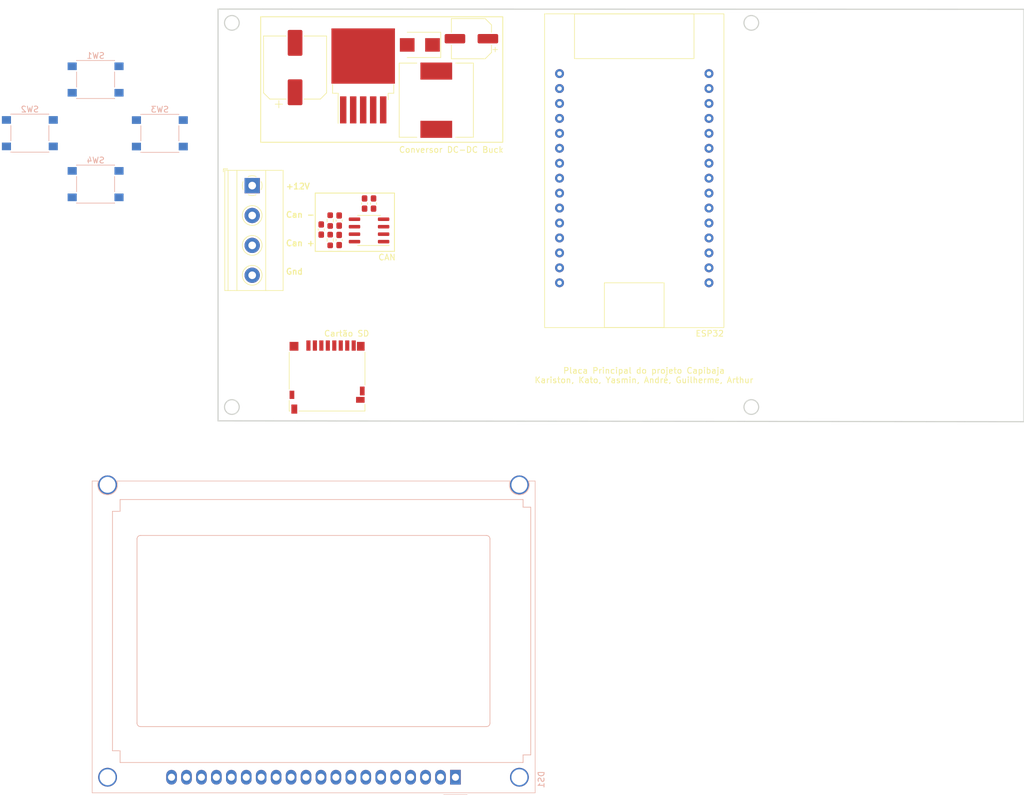
<source format=kicad_pcb>
(kicad_pcb (version 20211014) (generator pcbnew)
  (title_block (title "Placa Principal Capibaja") (date "2023-06-22") (rev "3.0.1") (company "Capibaja") (comment 1 "Kariston Franzin Boveto"))
  (layers (0 "F.Cu" signal "cobre frontal") (31 "B.Cu" signal "Cobre traseira") (34 "B.Paste" user "Pasta traseira") (35 "F.Paste" user "Pasta frontal") (36 "B.SilkS" user "Serigrafia traseira") (37 "F.SilkS" user "Serigrafia frontal") (38 "B.Mask" user "Máscara traseira") (39 "F.Mask" user "Máscara frontal") (44 "Edge.Cuts" user "Cortes contorno"))
  (net 0 "")
  (net 1 "+12V")
  (net 2 "GND")
  (net 3 "+5V")
  (net 4 "Net-(D1-Pad1)")
  (net 25 "/Can+")
  (net 26 "/Can-")
  (net 42 "+3.3V")
  (net 66 "TxD")
  (net 67 "RxD")
  (net 68 "EnableCan")
  (net 69 "Net-(C7-Pad2)")
  (footprint "Inductor_SMD:L_12x12mm_H8mm" (layer "F.Cu") (at 137.938 63.858 -90)
    (fp_text reference "L1" hide)
    (fp_text value "33uH")
    (fp_line (start -6.3 6.3) (end -6.3 3.3) (layer "F.SilkS") (width 0.12))
    (fp_line (start 6.3 6.3) (end -6.3 6.3) (layer "F.SilkS") (width 0.12))
    (fp_line (start -6.3 -3.3) (end -6.3 -6.3) (layer "F.SilkS") (width 0.12))
    (fp_line (start -6.3 -6.3) (end 6.3 -6.3) (layer "F.SilkS") (width 0.12))
    (fp_line (start 6.3 3.3) (end 6.3 6.3) (layer "F.SilkS") (width 0.12))
    (fp_line (start 6.3 -6.3) (end 6.3 -3.3) (layer "F.SilkS") (width 0.12))
    (pad "1" smd rect (at -4.95 0 270) (size 2.9 5.4) (layers "F.Cu" "F.Paste" "F.Mask") (net 4 "Net-(D1-Pad1)"))
    (pad "2" smd rect (at 4.95 0 270) (size 2.9 5.4) (layers "F.Cu" "F.Paste" "F.Mask") (net 3 "+5V"))
  )
  (footprint "Capacitor_SMD:C_0603_1608Metric_Pad1.08x0.95mm_HandSolder" (layer "F.Cu") (at 121.428 84.3225 -90)
    (fp_text reference "C6" hide)
    (fp_text value "100pF")
    (fp_line (start -0.146267 -0.51) (end 0.146267 -0.51) (layer "F.SilkS") (width 0.12))
    (fp_line (start -0.146267 0.51) (end 0.146267 0.51) (layer "F.SilkS") (width 0.12))
    (pad "1" smd roundrect (at -0.8625 0 270) (size 1.075 0.95) (layers "F.Cu" "F.Paste" "F.Mask") (net 2 "GND"))
    (pad "2" smd roundrect (at 0.8625 0 270) (size 1.075 0.95) (layers "F.Cu" "F.Paste" "F.Mask") (net 26 "/Can-"))
  )
  (footprint "Capacitor_SMD:C_0603_1608Metric_Pad1.08x0.95mm_HandSolder" (layer "F.Cu") (at 118.38 85.8465 -90)
    (fp_text reference "C7" hide)
    (fp_text value "4,7uF")
    (fp_line (start -0.146267 -0.51) (end 0.146267 -0.51) (layer "F.SilkS") (width 0.12))
    (fp_line (start -0.146267 0.51) (end 0.146267 0.51) (layer "F.SilkS") (width 0.12))
    (pad "1" smd roundrect (at -0.8625 0 270) (size 1.075 0.95) (layers "F.Cu" "F.Paste" "F.Mask") (net 2 "GND"))
    (pad "2" smd roundrect (at 0.8625 0 270) (size 1.075 0.95) (layers "F.Cu" "F.Paste" "F.Mask") (net 69 "Net-(C7-Pad2)"))
  )
  (footprint "Capacitor_SMD:C_0603_1608Metric_Pad1.08x0.95mm_HandSolder" (layer "F.Cu") (at 121.428 87.6245 90)
    (fp_text reference "C5" hide)
    (fp_text value "100pF")
    (fp_line (start -0.146267 0.51) (end 0.146267 0.51) (layer "F.SilkS") (width 0.12))
    (fp_line (start -0.146267 -0.51) (end 0.146267 -0.51) (layer "F.SilkS") (width 0.12))
    (pad "1" smd roundrect (at -0.8625 0 90) (size 1.075 0.95) (layers "F.Cu" "F.Paste" "F.Mask") (net 2 "GND"))
    (pad "2" smd roundrect (at 0.8625 0 90) (size 1.075 0.95) (layers "F.Cu" "F.Paste" "F.Mask") (net 25 "/Can+"))
  )
  (footprint "TerminalBlock_Phoenix:TerminalBlock_Phoenix_MKDS-1,5-4-5.08_1x04_P5.08mm_Horizontal" (layer "F.Cu") (at 106.645 78.377 -90)
    (fp_text reference "J1" hide)
    (fp_text value "Conn_01x04_Female")
    (fp_line (start -2.6 -5.261) (end -2.6 4.66) (layer "F.SilkS") (width 0.12))
    (fp_line (start 14.013 1.023) (end 13.966 1.069) (layer "F.SilkS") (width 0.12))
    (fp_line (start 17.84 -5.261) (end 17.84 4.66) (layer "F.SilkS") (width 0.12))
    (fp_line (start 14.206 1.239) (end 14.171 1.274) (layer "F.SilkS") (width 0.12))
    (fp_line (start -2.6 4.66) (end 17.84 4.66) (layer "F.SilkS") (width 0.12))
    (fp_line (start -2.6 -5.261) (end 17.84 -5.261) (layer "F.SilkS") (width 0.12))
    (fp_line (start 3.853 1.023) (end 3.806 1.069) (layer "F.SilkS") (width 0.12))
    (fp_line (start -2.84 4.16) (end -2.84 4.9) (layer "F.SilkS") (width 0.12))
    (fp_line (start 9.126 1.239) (end 9.091 1.274) (layer "F.SilkS") (width 0.12))
    (fp_line (start 11.23 -1.275) (end 11.195 -1.239) (layer "F.SilkS") (width 0.12))
    (fp_line (start -2.84 4.9) (end -2.34 4.9) (layer "F.SilkS") (width 0.12))
    (fp_line (start -2.6 2.6) (end 17.84 2.6) (layer "F.SilkS") (width 0.12))
    (fp_line (start -2.6 -2.301) (end 17.84 -2.301) (layer "F.SilkS") (width 0.12))
    (fp_line (start 8.933 1.023) (end 8.886 1.069) (layer "F.SilkS") (width 0.12))
    (fp_line (start 16.31 -1.275) (end 16.275 -1.239) (layer "F.SilkS") (width 0.12))
    (fp_line (start -2.6 4.1) (end 17.84 4.1) (layer "F.SilkS") (width 0.12))
    (fp_line (start 16.515 -1.069) (end 16.468 -1.023) (layer "F.SilkS") (width 0.12))
    (fp_line (start 6.355 -1.069) (end 6.308 -1.023) (layer "F.SilkS") (width 0.12))
    (fp_line (start 4.046 1.239) (end 4.011 1.274) (layer "F.SilkS") (width 0.12))
    (fp_line (start 6.15 -1.275) (end 6.115 -1.239) (layer "F.SilkS") (width 0.12))
    (fp_line (start 11.435 -1.069) (end 11.388 -1.023) (layer "F.SilkS") (width 0.12))
    (fp_arc (start -0.683042 -1.535427) (mid 0.000524 -1.680501) (end 0.684 -1.535) (layer "F.SilkS") (width 0.12))
    (fp_arc (start 0.028805 1.680253) (mid -0.335551 1.646659) (end -0.684 1.535) (layer "F.SilkS") (width 0.12))
    (fp_arc (start -1.535427 0.683042) (mid -1.680501 -0.000524) (end -1.535 -0.684) (layer "F.SilkS") (width 0.12))
    (fp_arc (start 0.683318 1.534756) (mid 0.349292 1.643288) (end 0 1.68) (layer "F.SilkS") (width 0.12))
    (fp_arc (start 1.535427 -0.683042) (mid 1.680501 0.000524) (end 1.535 0.684) (layer "F.SilkS") (width 0.12))
    (fp_circle (center 5.08 0) (end 6.76 0) (layer "F.SilkS") (width 0.12) (fill none))
    (fp_circle (center 10.16 0) (end 11.84 0) (layer "F.SilkS") (width 0.12) (fill none))
    (fp_circle (center 15.24 0) (end 16.92 0) (layer "F.SilkS") (width 0.12) (fill none))
    (pad "1" thru_hole rect (at 0 0 270) (size 2.6 2.6) (drill 1.3) (layers *.Cu *.Mask) (net 1 "+12V"))
    (pad "2" thru_hole circle (at 5.08 0 270) (size 2.6 2.6) (drill 1.3) (layers *.Cu *.Mask) (net 26 "/Can-"))
    (pad "3" thru_hole circle (at 10.16 0 270) (size 2.6 2.6) (drill 1.3) (layers *.Cu *.Mask) (net 25 "/Can+"))
    (pad "4" thru_hole circle (at 15.24 0 270) (size 2.6 2.6) (drill 1.3) (layers *.Cu *.Mask) (net 2 "GND"))
  )
  (footprint "Capacitor_SMD:CP_Elec_10x10.5" (layer "F.Cu") (at 113.9325 58.311 90)
    (fp_text reference "C1" hide)
    (fp_text value "680uF")
    (fp_line (start 5.36 5.36) (end 5.36 1.51) (layer "F.SilkS") (width 0.12))
    (fp_line (start -5.36 -4.295563) (end -4.295563 -5.36) (layer "F.SilkS") (width 0.12))
    (fp_line (start -4.295563 5.36) (end 5.36 5.36) (layer "F.SilkS") (width 0.12))
    (fp_line (start -6.85 -2.76) (end -5.6 -2.76) (layer "F.SilkS") (width 0.12))
    (fp_line (start 5.36 -5.36) (end 5.36 -1.51) (layer "F.SilkS") (width 0.12))
    (fp_line (start -5.36 -4.295563) (end -5.36 -1.51) (layer "F.SilkS") (width 0.12))
    (fp_line (start -4.295563 -5.36) (end 5.36 -5.36) (layer "F.SilkS") (width 0.12))
    (fp_line (start -5.36 4.295563) (end -4.295563 5.36) (layer "F.SilkS") (width 0.12))
    (fp_line (start -6.225 -3.385) (end -6.225 -2.135) (layer "F.SilkS") (width 0.12))
    (fp_line (start -5.36 4.295563) (end -5.36 1.51) (layer "F.SilkS") (width 0.12))
    (pad "1" smd roundrect (at -4.2 0 90) (size 4.4 2.5) (layers "F.Cu" "F.Paste" "F.Mask") (roundrect_rratio 0.1) (net 1 "+12V"))
    (pad "2" smd roundrect (at 4.2 0 90) (size 4.4 2.5) (layers "F.Cu" "F.Paste" "F.Mask") (roundrect_rratio 0.1) (net 2 "GND"))
  )
  (footprint "Capacitor_SMD:C_0603_1608Metric_Pad1.08x0.95mm_HandSolder" (layer "F.Cu") (at 125.746 81.425 -90)
    (fp_text reference "C3" hide)
    (fp_text value "100nF")
    (fp_line (start -0.146267 -0.51) (end 0.146267 -0.51) (layer "F.SilkS") (width 0.12))
    (fp_line (start -0.146267 0.51) (end 0.146267 0.51) (layer "F.SilkS") (width 0.12))
    (pad "1" smd roundrect (at -0.8625 0 270) (size 1.075 0.95) (layers "F.Cu" "F.Paste" "F.Mask") (net 42 "+3.3V"))
    (pad "2" smd roundrect (at 0.8625 0 270) (size 1.075 0.95) (layers "F.Cu" "F.Paste" "F.Mask") (net 3 "+5V"))
  )
  (footprint "Package_TO_SOT_SMD:TO-263-5_TabPin3" (layer "F.Cu") (at 125.511 59.728 90)
    (fp_text reference "U1" hide)
    (fp_text value "LM2596S-5")
    (fp_line (start -2.95 -5.2) (end -2.95 -4.25) (layer "F.SilkS") (width 0.12))
    (fp_line (start -2.95 -4.25) (end -8.075 -4.25) (layer "F.SilkS") (width 0.12))
    (fp_line (start -1.45 5.2) (end -2.95 5.2) (layer "F.SilkS") (width 0.12))
    (fp_line (start -2.95 4.25) (end -4.05 4.25) (layer "F.SilkS") (width 0.12))
    (fp_line (start -2.95 5.2) (end -2.95 4.25) (layer "F.SilkS") (width 0.12))
    (fp_line (start -1.45 -5.2) (end -2.95 -5.2) (layer "F.SilkS") (width 0.12))
    (pad "1" smd rect (at -5.775 -3.4 90) (size 4.6 1.1) (layers "F.Cu" "F.Paste" "F.Mask") (net 1 "+12V"))
    (pad "2" smd rect (at -5.775 -1.7 90) (size 4.6 1.1) (layers "F.Cu" "F.Paste" "F.Mask") (net 4 "Net-(D1-Pad1)"))
    (pad "3" smd rect (at 3.375 0 90) (size 9.4 10.8) (layers "F.Cu" "F.Mask") (net 2 "GND"))
    (pad "3" smd rect (at -5.775 0 90) (size 4.6 1.1) (layers "F.Cu" "F.Paste" "F.Mask") (net 2 "GND"))
    (pad "4" smd rect (at -5.775 1.7 90) (size 4.6 1.1) (layers "F.Cu" "F.Paste" "F.Mask") (net 3 "+5V"))
    (pad "5" smd rect (at -5.775 3.4 90) (size 4.6 1.1) (layers "F.Cu" "F.Paste" "F.Mask") (net 2 "GND"))
  )
  (footprint "Resistor_SMD:R_0603_1608Metric_Pad0.98x0.95mm_HandSolder" (layer "F.Cu") (at 119.904 84.3225 -90)
    (fp_text reference "R2" hide)
    (fp_text value "60")
    (fp_line (start -0.254724 0.5225) (end 0.254724 0.5225) (layer "F.SilkS") (width 0.12))
    (fp_line (start -0.254724 -0.5225) (end 0.254724 -0.5225) (layer "F.SilkS") (width 0.12))
    (pad "1" smd roundrect (at -0.9125 0 270) (size 0.975 0.95) (layers "F.Cu" "F.Paste" "F.Mask") (net 26 "/Can-"))
    (pad "2" smd roundrect (at 0.9125 0 270) (size 0.975 0.95) (layers "F.Cu" "F.Paste" "F.Mask") (net 69 "Net-(C7-Pad2)"))
  )
  (footprint "Diode_SMD:D_SMB" (layer "F.Cu") (at 135.144 54.46 180)
    (fp_text reference "D1" hide)
    (fp_text value "D_Schottky")
    (fp_line (start -3.55 2.15) (end 2.15 2.15) (layer "F.SilkS") (width 0.12))
    (fp_line (start -3.55 -2.15) (end 2.15 -2.15) (layer "F.SilkS") (width 0.12))
    (fp_line (start -3.55 -2.15) (end -3.55 2.15) (layer "F.SilkS") (width 0.12))
    (pad "1" smd rect (at -2.15 0 180) (size 2.5 2.3) (layers "F.Cu" "F.Paste" "F.Mask") (net 4 "Net-(D1-Pad1)"))
    (pad "2" smd rect (at 2.15 0 180) (size 2.5 2.3) (layers "F.Cu" "F.Paste" "F.Mask") (net 2 "GND"))
  )
  (footprint "Resistor_SMD:R_0603_1608Metric_Pad0.98x0.95mm_HandSolder" (layer "F.Cu") (at 119.904 87.6245 90)
    (fp_text reference "R1" hide)
    (fp_text value "60")
    (fp_line (start -0.254724 0.5225) (end 0.254724 0.5225) (layer "F.SilkS") (width 0.12))
    (fp_line (start -0.254724 -0.5225) (end 0.254724 -0.5225) (layer "F.SilkS") (width 0.12))
    (pad "1" smd roundrect (at -0.9125 0 90) (size 0.975 0.95) (layers "F.Cu" "F.Paste" "F.Mask") (net 25 "/Can+"))
    (pad "2" smd roundrect (at 0.9125 0 90) (size 0.975 0.95) (layers "F.Cu" "F.Paste" "F.Mask") (net 69 "Net-(C7-Pad2)"))
  )
  (footprint "Package_SO:SOIC-8_3.9x4.9mm_P1.27mm" (layer "F.Cu") (at 126.508 85.997 180)
    (fp_text reference "U3" hide)
    (fp_text value "TJA1051T-3")
    (fp_line (start 0 2.56) (end 1.95 2.56) (layer "F.SilkS") (width 0.12))
    (fp_line (start 0 2.56) (end -1.95 2.56) (layer "F.SilkS") (width 0.12))
    (fp_line (start 0 -2.56) (end -3.45 -2.56) (layer "F.SilkS") (width 0.12))
    (fp_line (start 0 -2.56) (end 1.95 -2.56) (layer "F.SilkS") (width 0.12))
    (pad "1" smd roundrect (at -2.475 -1.905 180) (size 1.95 0.6) (layers "F.Cu" "F.Paste" "F.Mask") (net 66 "TxD"))
    (pad "2" smd roundrect (at -2.475 -0.635 180) (size 1.95 0.6) (layers "F.Cu" "F.Paste" "F.Mask") (net 2 "GND"))
    (pad "3" smd roundrect (at -2.475 0.635 180) (size 1.95 0.6) (layers "F.Cu" "F.Paste" "F.Mask") (net 3 "+5V"))
    (pad "4" smd roundrect (at -2.475 1.905 180) (size 1.95 0.6) (layers "F.Cu" "F.Paste" "F.Mask") (net 67 "RxD"))
    (pad "5" smd roundrect (at 2.475 1.905 180) (size 1.95 0.6) (layers "F.Cu" "F.Paste" "F.Mask") (net 42 "+3.3V"))
    (pad "6" smd roundrect (at 2.475 0.635 180) (size 1.95 0.6) (layers "F.Cu" "F.Paste" "F.Mask") (net 26 "/Can-"))
    (pad "7" smd roundrect (at 2.475 -0.635 180) (size 1.95 0.6) (layers "F.Cu" "F.Paste" "F.Mask") (net 25 "/Can+"))
    (pad "8" smd roundrect (at 2.475 -1.905 180) (size 1.95 0.6) (layers "F.Cu" "F.Paste" "F.Mask") (net 68 "EnableCan"))
  )
  (footprint "Capacitor_SMD:CP_Elec_6.3x5.4" (layer "F.Cu") (at 143.9095 53.403 180)
    (fp_text reference "C2" hide)
    (fp_text value "220uF")
    (fp_line (start -4.4375 -1.8475) (end -3.65 -1.8475) (layer "F.SilkS") (width 0.12))
    (fp_line (start -3.41 -2.345563) (end -3.41 -1.06) (layer "F.SilkS") (width 0.12))
    (fp_line (start -3.41 2.345563) (end -3.41 1.06) (layer "F.SilkS") (width 0.12))
    (fp_line (start 3.41 -3.41) (end 3.41 -1.06) (layer "F.SilkS") (width 0.12))
    (fp_line (start -3.41 2.345563) (end -2.345563 3.41) (layer "F.SilkS") (width 0.12))
    (fp_line (start -4.04375 -2.24125) (end -4.04375 -1.45375) (layer "F.SilkS") (width 0.12))
    (fp_line (start -2.345563 -3.41) (end 3.41 -3.41) (layer "F.SilkS") (width 0.12))
    (fp_line (start -3.41 -2.345563) (end -2.345563 -3.41) (layer "F.SilkS") (width 0.12))
    (fp_line (start -2.345563 3.41) (end 3.41 3.41) (layer "F.SilkS") (width 0.12))
    (fp_line (start 3.41 3.41) (end 3.41 1.06) (layer "F.SilkS") (width 0.12))
    (pad "1" smd roundrect (at -2.8 0 180) (size 3.5 1.6) (layers "F.Cu" "F.Paste" "F.Mask") (roundrect_rratio 0.15625) (net 3 "+5V"))
    (pad "2" smd roundrect (at 2.8 0 180) (size 3.5 1.6) (layers "F.Cu" "F.Paste" "F.Mask") (roundrect_rratio 0.15625) (net 2 "GND"))
  )
  (footprint "Connector_Card:microSD_HC_Hirose_DM3D-SF" (layer "F.Cu") (at 119.376 110.915 180)
    (fp_text reference "J2" hide)
    (fp_text value "Micro_SD_Card")
    (fp_line (start -6.435 -4.625) (end -6.435 -5.785) (layer "F.SilkS") (width 0.12))
    (fp_line (start -6.435 -5.785) (end 4.825 -5.785) (layer "F.SilkS") (width 0.12))
    (fp_line (start -6.435 -1.375) (end -6.435 4.225) (layer "F.SilkS") (width 0.12))
    (fp_line (start 6.325 -5.785) (end 6.435 -5.785) (layer "F.SilkS") (width 0.12))
    (fp_line (start 6.435 -2.075) (end 6.435 4.225) (layer "F.SilkS") (width 0.12))
    (fp_line (start 6.435 -5.785) (end 6.435 -3.975) (layer "F.SilkS") (width 0.12))
    (pad "1" smd rect (at 3.175 5.35 180) (size 0.7 1.75) (layers "F.Cu" "F.Paste" "F.Mask"))
    (pad "2" smd rect (at 2.075 5.35 180) (size 0.7 1.75) (layers "F.Cu" "F.Paste" "F.Mask"))
    (pad "3" smd rect (at 0.975 5.35 180) (size 0.7 1.75) (layers "F.Cu" "F.Paste" "F.Mask"))
    (pad "4" smd rect (at -0.125 5.35 180) (size 0.7 1.75) (layers "F.Cu" "F.Paste" "F.Mask"))
    (pad "5" smd rect (at -1.225 5.35 180) (size 0.7 1.75) (layers "F.Cu" "F.Paste" "F.Mask"))
    (pad "6" smd rect (at -2.325 5.35 180) (size 0.7 1.75) (layers "F.Cu" "F.Paste" "F.Mask"))
    (pad "7" smd rect (at -3.425 5.35 180) (size 0.7 1.75) (layers "F.Cu" "F.Paste" "F.Mask"))
    (pad "8" smd rect (at -4.525 5.35 180) (size 0.7 1.75) (layers "F.Cu" "F.Paste" "F.Mask"))
    (pad "9" smd rect (at -5.65 -3.875 180) (size 1.45 1) (layers "F.Cu" "F.Paste" "F.Mask"))
    (pad "10" smd rect (at 5.575 -5.45 180) (size 1 1.55) (layers "F.Cu" "F.Paste" "F.Mask"))
    (pad "11" smd rect (at -5.975 -2.375 180) (size 0.8 1.5) (layers "F.Cu" "F.Paste" "F.Mask"))
    (pad "11" smd rect (at 5.625 5.225 180) (size 1.5 1.5) (layers "F.Cu" "F.Paste" "F.Mask"))
    (pad "11" smd rect (at -5.725 5.225 180) (size 1.3 1.5) (layers "F.Cu" "F.Paste" "F.Mask"))
    (pad "11" smd rect (at 5.975 -3.025 180) (size 0.8 1.4) (layers "F.Cu" "F.Paste" "F.Mask"))
  )
  (footprint "Capacitor_SMD:C_0603_1608Metric_Pad1.08x0.95mm_HandSolder" (layer "F.Cu") (at 127.27 81.425 90)
    (fp_text reference "C4" hide)
    (fp_text value "47nF")
    (fp_line (start -0.146267 0.51) (end 0.146267 0.51) (layer "F.SilkS") (width 0.12))
    (fp_line (start -0.146267 -0.51) (end 0.146267 -0.51) (layer "F.SilkS") (width 0.12))
    (pad "1" smd roundrect (at -0.8625 0 90) (size 1.075 0.95) (layers "F.Cu" "F.Paste" "F.Mask") (net 3 "+5V"))
    (pad "2" smd roundrect (at 0.8625 0 90) (size 1.075 0.95) (layers "F.Cu" "F.Paste" "F.Mask") (net 2 "GND"))
  )
  (footprint "Library:ESP32_DevKit" (layer "F.Cu") (at 171.588 77.114)
    (fp_text reference "U2" hide)
    (fp_text value "ESP32")
    (fp_rect (start -15.24 -27.94) (end 15.24 25.4) (layer "F.SilkS") (width 0.12) (fill none))
    (fp_rect (start -5.08 25.4) (end 5.08 17.78) (layer "F.SilkS") (width 0.12) (fill none))
    (fp_rect (start -10.16 -27.94) (end 10.16 -20.32) (layer "F.SilkS") (width 0.12) (fill none))
    (pad "1" thru_hole circle (at -12.7 -17.78) (size 1.524 1.524) (drill 0.762) (layers *.Cu *.Mask))
    (pad "2" thru_hole circle (at -12.7 -15.24) (size 1.524 1.524) (drill 0.762) (layers *.Cu *.Mask))
    (pad "3" thru_hole circle (at -12.7 -12.7) (size 1.524 1.524) (drill 0.762) (layers *.Cu *.Mask))
    (pad "4" thru_hole circle (at -12.7 -10.16) (size 1.524 1.524) (drill 0.762) (layers *.Cu *.Mask))
    (pad "5" thru_hole circle (at -12.7 -7.62) (size 1.524 1.524) (drill 0.762) (layers *.Cu *.Mask))
    (pad "6" thru_hole circle (at -12.7 -5.08) (size 1.524 1.524) (drill 0.762) (layers *.Cu *.Mask))
    (pad "7" thru_hole circle (at -12.7 -2.54) (size 1.524 1.524) (drill 0.762) (layers *.Cu *.Mask))
    (pad "8" thru_hole circle (at -12.7 0) (size 1.524 1.524) (drill 0.762) (layers *.Cu *.Mask))
    (pad "9" thru_hole circle (at -12.7 2.54) (size 1.524 1.524) (drill 0.762) (layers *.Cu *.Mask))
    (pad "10" thru_hole circle (at -12.7 5.08) (size 1.524 1.524) (drill 0.762) (layers *.Cu *.Mask))
    (pad "11" thru_hole circle (at -12.7 7.62) (size 1.524 1.524) (drill 0.762) (layers *.Cu *.Mask))
    (pad "12" thru_hole circle (at -12.7 10.16) (size 1.524 1.524) (drill 0.762) (layers *.Cu *.Mask))
    (pad "13" thru_hole circle (at -12.7 12.7) (size 1.524 1.524) (drill 0.762) (layers *.Cu *.Mask))
    (pad "14" thru_hole circle (at -12.7 15.24) (size 1.524 1.524) (drill 0.762) (layers *.Cu *.Mask))
    (pad "15" thru_hole circle (at -12.7 17.78) (size 1.524 1.524) (drill 0.762) (layers *.Cu *.Mask))
    (pad "16" thru_hole circle (at 12.7 17.78) (size 1.524 1.524) (drill 0.762) (layers *.Cu *.Mask) (net 42 "+3.3V"))
    (pad "17" thru_hole circle (at 12.7 15.24) (size 1.524 1.524) (drill 0.762) (layers *.Cu *.Mask))
    (pad "18" thru_hole circle (at 12.7 12.7) (size 1.524 1.524) (drill 0.762) (layers *.Cu *.Mask))
    (pad "19" thru_hole circle (at 12.7 10.16) (size 1.524 1.524) (drill 0.762) (layers *.Cu *.Mask))
    (pad "20" thru_hole circle (at 12.7 7.62) (size 1.524 1.524) (drill 0.762) (layers *.Cu *.Mask))
    (pad "21" thru_hole circle (at 12.7 5.08) (size 1.524 1.524) (drill 0.762) (layers *.Cu *.Mask))
    (pad "22" thru_hole circle (at 12.7 2.54) (size 1.524 1.524) (drill 0.762) (layers *.Cu *.Mask))
    (pad "23" thru_hole circle (at 12.7 0) (size 1.524 1.524) (drill 0.762) (layers *.Cu *.Mask))
    (pad "24" thru_hole circle (at 12.7 -2.54) (size 1.524 1.524) (drill 0.762) (layers *.Cu *.Mask))
    (pad "25" thru_hole circle (at 12.7 -5.08) (size 1.524 1.524) (drill 0.762) (layers *.Cu *.Mask))
    (pad "26" thru_hole circle (at 12.7 -7.62) (size 1.524 1.524) (drill 0.762) (layers *.Cu *.Mask))
    (pad "27" thru_hole circle (at 12.7 -10.16) (size 1.524 1.524) (drill 0.762) (layers *.Cu *.Mask))
    (pad "28" thru_hole circle (at 12.7 -12.7) (size 1.524 1.524) (drill 0.762) (layers *.Cu *.Mask))
    (pad "29" thru_hole circle (at 12.7 -15.24) (size 1.524 1.524) (drill 0.762) (layers *.Cu *.Mask))
    (pad "30" thru_hole circle (at 12.7 -17.78) (size 1.524 1.524) (drill 0.762) (layers *.Cu *.Mask))
  )
  (footprint "Button_Switch_SMD:SW_SPST_PTS645" (layer "B.Cu") (at 80.026 78.123 180)
    (fp_text reference "SW4" (at 0 4.05) (layer "B.SilkS") (effects (justify mirror)))
    (fp_text value "SW_Push")
    (fp_line (start -3.23 -3.23) (end -3.23 -3.2) (layer "B.SilkS") (width 0.12))
    (fp_line (start -3.23 -3.23) (end 3.23 -3.23) (layer "B.SilkS") (width 0.12))
    (fp_line (start -3.23 3.23) (end 3.23 3.23) (layer "B.SilkS") (width 0.12))
    (fp_line (start 3.23 1.3) (end 3.23 -1.3) (layer "B.SilkS") (width 0.12))
    (fp_line (start -3.23 3.2) (end -3.23 3.23) (layer "B.SilkS") (width 0.12))
    (fp_line (start 3.23 3.23) (end 3.23 3.2) (layer "B.SilkS") (width 0.12))
    (fp_line (start -3.23 1.3) (end -3.23 -1.3) (layer "B.SilkS") (width 0.12))
    (fp_line (start 3.23 -3.23) (end 3.23 -3.2) (layer "B.SilkS") (width 0.12))
    (pad "1" smd rect (at 3.98 2.25 180) (size 1.55 1.3) (layers "B.Cu" "B.Paste" "B.Mask"))
    (pad "1" smd rect (at -3.98 2.25 180) (size 1.55 1.3) (layers "B.Cu" "B.Paste" "B.Mask"))
    (pad "2" smd rect (at -3.98 -2.25 180) (size 1.55 1.3) (layers "B.Cu" "B.Paste" "B.Mask"))
    (pad "2" smd rect (at 3.98 -2.25 180) (size 1.55 1.3) (layers "B.Cu" "B.Paste" "B.Mask"))
  )
  (footprint "Button_Switch_SMD:SW_SPST_PTS645" (layer "B.Cu") (at 80.026 60.343 180)
    (fp_text reference "SW1" (at 0 4.05) (layer "B.SilkS") (effects (justify mirror)))
    (fp_text value "SW_Push")
    (fp_line (start -3.23 3.2) (end -3.23 3.23) (layer "B.SilkS") (width 0.12))
    (fp_line (start 3.23 1.3) (end 3.23 -1.3) (layer "B.SilkS") (width 0.12))
    (fp_line (start -3.23 3.23) (end 3.23 3.23) (layer "B.SilkS") (width 0.12))
    (fp_line (start -3.23 -3.23) (end 3.23 -3.23) (layer "B.SilkS") (width 0.12))
    (fp_line (start 3.23 3.23) (end 3.23 3.2) (layer "B.SilkS") (width 0.12))
    (fp_line (start 3.23 -3.23) (end 3.23 -3.2) (layer "B.SilkS") (width 0.12))
    (fp_line (start -3.23 -3.23) (end -3.23 -3.2) (layer "B.SilkS") (width 0.12))
    (fp_line (start -3.23 1.3) (end -3.23 -1.3) (layer "B.SilkS") (width 0.12))
    (pad "1" smd rect (at -3.98 2.25 180) (size 1.55 1.3) (layers "B.Cu" "B.Paste" "B.Mask"))
    (pad "1" smd rect (at 3.98 2.25 180) (size 1.55 1.3) (layers "B.Cu" "B.Paste" "B.Mask"))
    (pad "2" smd rect (at 3.98 -2.25 180) (size 1.55 1.3) (layers "B.Cu" "B.Paste" "B.Mask"))
    (pad "2" smd rect (at -3.98 -2.25 180) (size 1.55 1.3) (layers "B.Cu" "B.Paste" "B.Mask"))
  )
  (footprint "Button_Switch_SMD:SW_SPST_PTS645" (layer "B.Cu") (at 68.85 69.463 180)
    (fp_text reference "SW2" (at 0 4.05) (layer "B.SilkS") (effects (justify mirror)))
    (fp_text value "SW_Push")
    (fp_line (start 3.23 -3.23) (end 3.23 -3.2) (layer "B.SilkS") (width 0.12))
    (fp_line (start -3.23 3.2) (end -3.23 3.23) (layer "B.SilkS") (width 0.12))
    (fp_line (start -3.23 1.3) (end -3.23 -1.3) (layer "B.SilkS") (width 0.12))
    (fp_line (start -3.23 -3.23) (end 3.23 -3.23) (layer "B.SilkS") (width 0.12))
    (fp_line (start -3.23 3.23) (end 3.23 3.23) (layer "B.SilkS") (width 0.12))
    (fp_line (start 3.23 1.3) (end 3.23 -1.3) (layer "B.SilkS") (width 0.12))
    (fp_line (start -3.23 -3.23) (end -3.23 -3.2) (layer "B.SilkS") (width 0.12))
    (fp_line (start 3.23 3.23) (end 3.23 3.2) (layer "B.SilkS") (width 0.12))
    (pad "1" smd rect (at -3.98 2.25 180) (size 1.55 1.3) (layers "B.Cu" "B.Paste" "B.Mask"))
    (pad "1" smd rect (at 3.98 2.25 180) (size 1.55 1.3) (layers "B.Cu" "B.Paste" "B.Mask"))
    (pad "2" smd rect (at -3.98 -2.25 180) (size 1.55 1.3) (layers "B.Cu" "B.Paste" "B.Mask"))
    (pad "2" smd rect (at 3.98 -2.25 180) (size 1.55 1.3) (layers "B.Cu" "B.Paste" "B.Mask"))
  )
  (footprint "Display:AG12864E" (layer "B.Cu") (at 141.194 178.9435 90)
    (fp_text reference "DS1" (at -0.4 14.6 90) (layer "B.SilkS") (effects (justify mirror)))
    (fp_text value "AG12864E")
    (fp_line (start 50.35 -61.75) (end 50.35 -60.7) (layer "B.SilkS") (width 0.1))
    (fp_line (start 45.2 -57) (end 45.2 -58.3) (layer "B.SilkS") (width 0.12))
    (fp_line (start 3.8 12.8) (end 45.9 12.8) (layer "B.SilkS") (width 0.12))
    (fp_line (start 50.35 -57.55) (end 50.35 9.3) (layer "B.SilkS") (width 0.1))
    (fp_line (start 2.5 -57) (end 2.5 11.5) (layer "B.SilkS") (width 0.12))
    (fp_line (start -2.65 13.55) (end -2.65 -61.75) (layer "B.SilkS") (width 0.1))
    (fp_line (start 47.2 11.5) (end 45.9 11.5) (layer "B.SilkS") (width 0.12))
    (fp_line (start 9.2 -54.13) (end 40.5 -54.13) (layer "B.SilkS") (width 0.12))
    (fp_line (start 50.35 13.54) (end 50.35 12.44) (layer "B.SilkS") (width 0.1))
    (fp_line (start 3.8 11.5) (end 2.5 11.5) (layer "B.SilkS") (width 0.12))
    (fp_line (start 47.2 11.5) (end 47.2 -57) (layer "B.SilkS") (width 0.12))
    (fp_line (start 3.8 12.8) (end 3.8 11.5) (layer "B.SilkS") (width 0.12))
    (fp_line (start 2.5 -57) (end 4.5 -57) (layer "B.SilkS") (width 0.12))
    (fp_line (start 45.2 -58.3) (end 4.5 -58.3) (layer "B.SilkS") (width 0.12))
    (fp_line (start 50.35 13.55) (end -2.65 13.55) (layer "B.SilkS") (width 0.1))
    (fp_line (start 47.2 -57) (end 45.2 -57) (layer "B.SilkS") (width 0.12))
    (fp_line (start 8.6 5.27) (end 8.6 -53.53) (layer "B.SilkS") (width 0.12))
    (fp_line (start 4.5 -57) (end 4.5 -58.3) (layer "B.SilkS") (width 0.12))
    (fp_line (start 40.5 5.87) (end 9.21 5.87) (layer "B.SilkS") (width 0.12))
    (fp_line (start -2.65 -61.75) (end 50.35 -61.75) (layer "B.SilkS") (width 0.1))
    (fp_line (start -3 2) (end -3 -2) (layer "B.SilkS") (width 0.12))
    (fp_line (start 45.9 11.5) (end 45.9 12.8) (layer "B.SilkS") (width 0.12))
    (fp_line (start 41.1 -53.53) (end 41.1 5.27) (layer "B.SilkS") (width 0.12))
    (fp_arc (start 41.1 5.27) (mid 40.924264 5.694264) (end 40.5 5.87) (layer "B.SilkS") (width 0.12))
    (fp_arc (start 40.5 -54.13) (mid 40.924264 -53.954264) (end 41.1 -53.53) (layer "B.SilkS") (width 0.12))
    (fp_arc (start 48.15 11.56) (mid 48.116081 10.261888) (end 49.01 9.32) (layer "B.SilkS") (width 0.1))
    (fp_arc (start 48.12 10.24) (mid 49.028249 9.307294) (end 50.33 9.29) (layer "B.SilkS") (width 0.1))
    (fp_arc (start 48.12 -58.51) (mid 48.144365 -59.808823) (end 49.08 -60.71) (layer "B.SilkS") (width 0.1))
    (fp_arc (start 9.2 5.87) (mid 8.775736 5.694264) (end 8.6 5.27) (layer "B.SilkS") (width 0.12))
    (fp_arc (start 8.6 -53.53) (mid 8.775736 -53.954264) (end 9.2 -54.13) (layer "B.SilkS") (width 0.12))
    (fp_arc (start 50.32 -57.55) (mid 49.021177 -57.574365) (end 48.12 -58.51) (layer "B.SilkS") (width 0.1))
    (fp_arc (start 48.12 -59.74) (mid 49.014106 -60.678564) (end 50.31 -60.71) (layer "B.SilkS") (width 0.1))
    (fp_arc (start 50.32 12.45) (mid 49.021177 12.425635) (end 48.12 11.49) (layer "B.SilkS") (width 0.1))
    (pad "" thru_hole circle (at 0 -59.13 180) (size 3.2 3.2) (drill 2.7) (layers *.Cu *.Mask))
    (pad "" thru_hole circle (at 0 10.87 180) (size 3.2 3.2) (drill 2.7) (layers *.Cu *.Mask))
    (pad "" thru_hole circle (at 49.7 -59.13 180) (size 3.2 3.2) (drill 2.7) (layers *.Cu *.Mask))
    (pad "" thru_hole circle (at 49.7 10.87 180) (size 3.2 3.2) (drill 2.7) (layers *.Cu *.Mask))
    (pad "1" thru_hole rect (at 0 0 180) (size 1.8 2.5) (drill 1.2) (layers *.Cu *.Mask))
    (pad "2" thru_hole oval (at 0 -2.54 180) (size 1.8 2.5) (drill 1.2) (layers *.Cu *.Mask))
    (pad "3" thru_hole oval (at 0 -5.08 180) (size 1.8 2.5) (drill 1.2) (layers *.Cu *.Mask))
    (pad "4" thru_hole oval (at 0 -7.62 180) (size 1.8 2.5) (drill 1.2) (layers *.Cu *.Mask))
    (pad "5" thru_hole oval (at 0 -10.16 180) (size 1.8 2.5) (drill 1.2) (layers *.Cu *.Mask))
    (pad "6" thru_hole oval (at 0 -12.7 180) (size 1.8 2.5) (drill 1.2) (layers *.Cu *.Mask))
    (pad "7" thru_hole oval (at 0 -15.24 180) (size 1.8 2.5) (drill 1.2) (layers *.Cu *.Mask))
    (pad "8" thru_hole oval (at 0 -17.78 180) (size 1.8 2.5) (drill 1.2) (layers *.Cu *.Mask))
    (pad "9" thru_hole oval (at 0 -20.32 180) (size 1.8 2.5) (drill 1.2) (layers *.Cu *.Mask))
    (pad "10" thru_hole oval (at 0 -22.86 180) (size 1.8 2.5) (drill 1.2) (layers *.Cu *.Mask))
    (pad "11" thru_hole oval (at 0 -25.4 180) (size 1.8 2.5) (drill 1.2) (layers *.Cu *.Mask))
    (pad "12" thru_hole oval (at 0 -27.94 180) (size 1.8 2.5) (drill 1.2) (layers *.Cu *.Mask))
    (pad "13" thru_hole oval (at 0 -30.48 180) (size 1.8 2.5) (drill 1.2) (layers *.Cu *.Mask))
    (pad "14" thru_hole oval (at 0 -33.02 180) (size 1.8 2.5) (drill 1.2) (layers *.Cu *.Mask))
    (pad "15" thru_hole oval (at 0 -35.56 180) (size 1.8 2.5) (drill 1.2) (layers *.Cu *.Mask))
    (pad "16" thru_hole oval (at 0 -38.1 180) (size 1.8 2.5) (drill 1.2) (layers *.Cu *.Mask))
    (pad "17" thru_hole oval (at 0 -40.64 180) (size 1.8 2.5) (drill 1.2) (layers *.Cu *.Mask))
    (pad "18" thru_hole oval (at 0 -43.18 180) (size 1.8 2.5) (drill 1.2) (layers *.Cu *.Mask))
    (pad "19" thru_hole oval (at 0 -45.72 180) (size 1.8 2.5) (drill 1.2) (layers *.Cu *.Mask))
    (pad "20" thru_hole oval (at 0 -48.26 180) (size 1.8 2.5) (drill 1.2) (layers *.Cu *.Mask))
  )
  (footprint "Button_Switch_SMD:SW_SPST_PTS645" (layer "B.Cu") (at 90.948 69.487 180)
    (fp_text reference "SW3" (at 0 4.05) (layer "B.SilkS") (effects (justify mirror)))
    (fp_text value "SW_Push")
    (fp_line (start -3.23 3.2) (end -3.23 3.23) (layer "B.SilkS") (width 0.12))
    (fp_line (start -3.23 1.3) (end -3.23 -1.3) (layer "B.SilkS") (width 0.12))
    (fp_line (start 3.23 3.23) (end 3.23 3.2) (layer "B.SilkS") (width 0.12))
    (fp_line (start -3.23 -3.23) (end -3.23 -3.2) (layer "B.SilkS") (width 0.12))
    (fp_line (start 3.23 1.3) (end 3.23 -1.3) (layer "B.SilkS") (width 0.12))
    (fp_line (start -3.23 -3.23) (end 3.23 -3.23) (layer "B.SilkS") (width 0.12))
    (fp_line (start -3.23 3.23) (end 3.23 3.23) (layer "B.SilkS") (width 0.12))
    (fp_line (start 3.23 -3.23) (end 3.23 -3.2) (layer "B.SilkS") (width 0.12))
    (pad "1" smd rect (at 3.98 2.25 180) (size 1.55 1.3) (layers "B.Cu" "B.Paste" "B.Mask"))
    (pad "1" smd rect (at -3.98 2.25 180) (size 1.55 1.3) (layers "B.Cu" "B.Paste" "B.Mask"))
    (pad "2" smd rect (at -3.98 -2.25 180) (size 1.55 1.3) (layers "B.Cu" "B.Paste" "B.Mask"))
    (pad "2" smd rect (at 3.98 -2.25 180) (size 1.55 1.3) (layers "B.Cu" "B.Paste" "B.Mask"))
  )
  (gr_line (start 117.364 89.553) (end 130.826 89.553) (layer "F.SilkS") (width 0.15))
  (gr_line (start 130.826 89.553) (end 130.826 79.647) (layer "F.SilkS") (width 0.15))
  (gr_line (start 130.826 79.647) (end 117.364 79.647) (layer "F.SilkS") (width 0.15))
  (gr_line (start 117.364 79.647) (end 117.364 89.553) (layer "F.SilkS") (width 0.15))
  (gr_rect (start 108.0905 49.675) (end 149.2385 71.011) (layer "F.SilkS") (width 0.15) (fill none))
  (gr_circle (center 103.188 116.014) (end 104.438 116.014) (layer "Edge.Cuts") (width 0.2) (fill none))
  (gr_line (start 100.838 48.364) (end 237.76 48.405) (layer "Edge.Cuts") (width 0.2))
  (gr_circle (center 103.188 50.714) (end 104.438 50.714) (layer "Edge.Cuts") (width 0.2) (fill none))
  (gr_line (start 100.838 118.364) (end 100.838 48.364) (layer "Edge.Cuts") (width 0.2))
  (gr_line (start 237.76 118.509) (end 100.838 118.364) (layer "Edge.Cuts") (width 0.2))
  (gr_circle (center 191.488 116.014) (end 192.738 116.014) (layer "Edge.Cuts") (width 0.2) (fill none))
  (gr_line (start 237.76 48.405) (end 237.76 118.509) (layer "Edge.Cuts") (width 0.1))
  (gr_circle (center 191.488 50.714) (end 192.738 50.714) (layer "Edge.Cuts") (width 0.2) (fill none))
  (gr_text "Conversor DC-DC Buck\n" (at 140.478 72.281) (layer "F.SilkS") (effects (font (size 1 1))))
  (gr_text "Cartão SD\n" (at 122.698 103.523) (layer "F.SilkS") (effects (font (size 1 1))))
  (gr_text "CAN" (at 129.556 90.569) (layer "F.SilkS") (effects (font (size 1 1))))
  (gr_text "+12V\n\n\nCan -\n\n\nCan +\n\n\nGnd" (at 112.284 85.743) (layer "F.SilkS") (effects (font (size 1 1) (thickness 0.2)) (justify left)))
  (gr_text "ESP32" (at 184.42 103.523) (layer "F.SilkS") (effects (font (size 1 1))))
  (gr_text "Placa Principal do projeto Capibaja\nKariston, Kato, Yasmin, André, Guilherme, Arthur\n" (at 173.244 110.635) (layer "F.SilkS") (effects (font (size 1 1))))
)
</source>
